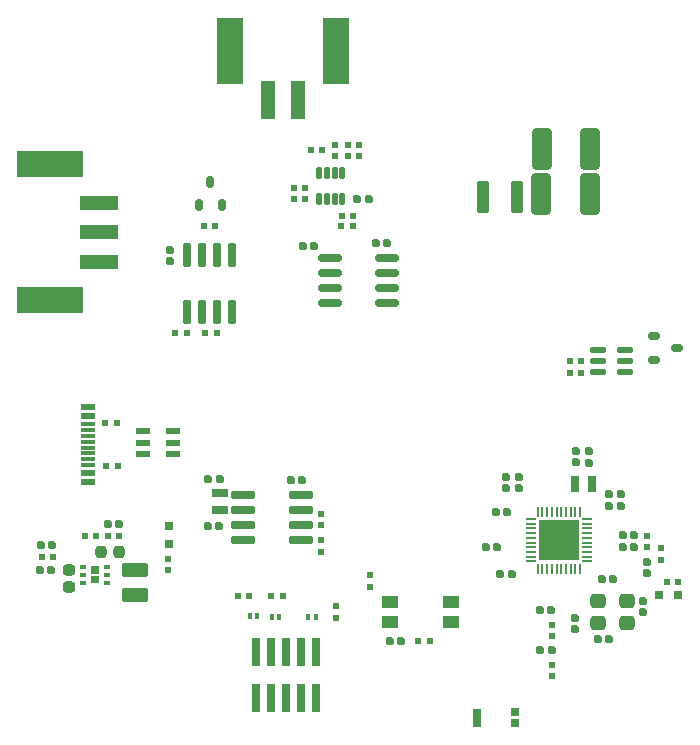
<source format=gbr>
%TF.GenerationSoftware,Altium Limited,Altium Designer,24.4.1 (13)*%
G04 Layer_Color=8421504*
%FSLAX45Y45*%
%MOMM*%
%TF.SameCoordinates,BD841E63-566E-43FA-B15A-678BD665FBE9*%
%TF.FilePolarity,Positive*%
%TF.FileFunction,Paste,Top*%
%TF.Part,Single*%
G01*
G75*
%TA.AperFunction,SMDPad,CuDef*%
G04:AMPARAMS|DCode=11|XSize=0.56mm|YSize=0.32mm|CornerRadius=0.08mm|HoleSize=0mm|Usage=FLASHONLY|Rotation=0.000|XOffset=0mm|YOffset=0mm|HoleType=Round|Shape=RoundedRectangle|*
%AMROUNDEDRECTD11*
21,1,0.56000,0.16000,0,0,0.0*
21,1,0.40000,0.32000,0,0,0.0*
1,1,0.16000,0.20000,-0.08000*
1,1,0.16000,-0.20000,-0.08000*
1,1,0.16000,-0.20000,0.08000*
1,1,0.16000,0.20000,0.08000*
%
%ADD11ROUNDEDRECTD11*%
%ADD13R,0.80000X0.80000*%
%ADD14R,0.80000X0.80000*%
%ADD15O,0.20000X0.85000*%
%ADD16O,0.85000X0.20000*%
%ADD17R,3.50000X3.50000*%
G04:AMPARAMS|DCode=18|XSize=0.58mm|YSize=0.58mm|CornerRadius=0.1508mm|HoleSize=0mm|Usage=FLASHONLY|Rotation=0.000|XOffset=0mm|YOffset=0mm|HoleType=Round|Shape=RoundedRectangle|*
%AMROUNDEDRECTD18*
21,1,0.58000,0.27840,0,0,0.0*
21,1,0.27840,0.58000,0,0,0.0*
1,1,0.30160,0.13920,-0.13920*
1,1,0.30160,-0.13920,-0.13920*
1,1,0.30160,-0.13920,0.13920*
1,1,0.30160,0.13920,0.13920*
%
%ADD18ROUNDEDRECTD18*%
G04:AMPARAMS|DCode=19|XSize=1.21mm|YSize=0.59mm|CornerRadius=0.07375mm|HoleSize=0mm|Usage=FLASHONLY|Rotation=0.000|XOffset=0mm|YOffset=0mm|HoleType=Round|Shape=RoundedRectangle|*
%AMROUNDEDRECTD19*
21,1,1.21000,0.44250,0,0,0.0*
21,1,1.06250,0.59000,0,0,0.0*
1,1,0.14750,0.53125,-0.22125*
1,1,0.14750,-0.53125,-0.22125*
1,1,0.14750,-0.53125,0.22125*
1,1,0.14750,0.53125,0.22125*
%
%ADD19ROUNDEDRECTD19*%
%TA.AperFunction,ConnectorPad*%
%ADD20R,5.60000X2.20000*%
%ADD21R,3.20000X1.20000*%
%ADD22R,1.20000X3.20000*%
%ADD23R,2.20000X5.60000*%
%TA.AperFunction,SMDPad,CuDef*%
G04:AMPARAMS|DCode=24|XSize=0.75mm|YSize=1.4mm|CornerRadius=0.1875mm|HoleSize=0mm|Usage=FLASHONLY|Rotation=180.000|XOffset=0mm|YOffset=0mm|HoleType=Round|Shape=RoundedRectangle|*
%AMROUNDEDRECTD24*
21,1,0.75000,1.02500,0,0,180.0*
21,1,0.37500,1.40000,0,0,180.0*
1,1,0.37500,-0.18750,0.51250*
1,1,0.37500,0.18750,0.51250*
1,1,0.37500,0.18750,-0.51250*
1,1,0.37500,-0.18750,-0.51250*
%
%ADD24ROUNDEDRECTD24*%
G04:AMPARAMS|DCode=25|XSize=0.75mm|YSize=1.4mm|CornerRadius=0.1875mm|HoleSize=0mm|Usage=FLASHONLY|Rotation=90.000|XOffset=0mm|YOffset=0mm|HoleType=Round|Shape=RoundedRectangle|*
%AMROUNDEDRECTD25*
21,1,0.75000,1.02500,0,0,90.0*
21,1,0.37500,1.40000,0,0,90.0*
1,1,0.37500,0.51250,0.18750*
1,1,0.37500,0.51250,-0.18750*
1,1,0.37500,-0.51250,-0.18750*
1,1,0.37500,-0.51250,0.18750*
%
%ADD25ROUNDEDRECTD25*%
%TA.AperFunction,ConnectorPad*%
%ADD26R,1.15000X0.60000*%
%ADD27R,1.15000X0.30000*%
%TA.AperFunction,SMDPad,CuDef*%
%ADD28R,0.35000X0.60000*%
G04:AMPARAMS|DCode=29|XSize=1.07mm|YSize=2.77mm|CornerRadius=0.25145mm|HoleSize=0mm|Usage=FLASHONLY|Rotation=180.000|XOffset=0mm|YOffset=0mm|HoleType=Round|Shape=RoundedRectangle|*
%AMROUNDEDRECTD29*
21,1,1.07000,2.26710,0,0,180.0*
21,1,0.56710,2.77000,0,0,180.0*
1,1,0.50290,-0.28355,1.13355*
1,1,0.50290,0.28355,1.13355*
1,1,0.50290,0.28355,-1.13355*
1,1,0.50290,-0.28355,-1.13355*
%
%ADD29ROUNDEDRECTD29*%
G04:AMPARAMS|DCode=30|XSize=1.05mm|YSize=2.77mm|CornerRadius=0.252mm|HoleSize=0mm|Usage=FLASHONLY|Rotation=0.000|XOffset=0mm|YOffset=0mm|HoleType=Round|Shape=RoundedRectangle|*
%AMROUNDEDRECTD30*
21,1,1.05000,2.26600,0,0,0.0*
21,1,0.54600,2.77000,0,0,0.0*
1,1,0.50400,0.27300,-1.13300*
1,1,0.50400,-0.27300,-1.13300*
1,1,0.50400,-0.27300,1.13300*
1,1,0.50400,0.27300,1.13300*
%
%ADD30ROUNDEDRECTD30*%
G04:AMPARAMS|DCode=31|XSize=0.58mm|YSize=0.58mm|CornerRadius=0.1305mm|HoleSize=0mm|Usage=FLASHONLY|Rotation=180.000|XOffset=0mm|YOffset=0mm|HoleType=Round|Shape=RoundedRectangle|*
%AMROUNDEDRECTD31*
21,1,0.58000,0.31900,0,0,180.0*
21,1,0.31900,0.58000,0,0,180.0*
1,1,0.26100,-0.15950,0.15950*
1,1,0.26100,0.15950,0.15950*
1,1,0.26100,0.15950,-0.15950*
1,1,0.26100,-0.15950,-0.15950*
%
%ADD31ROUNDEDRECTD31*%
G04:AMPARAMS|DCode=32|XSize=0.58mm|YSize=0.58mm|CornerRadius=0.1305mm|HoleSize=0mm|Usage=FLASHONLY|Rotation=90.000|XOffset=0mm|YOffset=0mm|HoleType=Round|Shape=RoundedRectangle|*
%AMROUNDEDRECTD32*
21,1,0.58000,0.31900,0,0,90.0*
21,1,0.31900,0.58000,0,0,90.0*
1,1,0.26100,0.15950,0.15950*
1,1,0.26100,0.15950,-0.15950*
1,1,0.26100,-0.15950,-0.15950*
1,1,0.26100,-0.15950,0.15950*
%
%ADD32ROUNDEDRECTD32*%
G04:AMPARAMS|DCode=33|XSize=0.58mm|YSize=0.58mm|CornerRadius=0.1508mm|HoleSize=0mm|Usage=FLASHONLY|Rotation=270.000|XOffset=0mm|YOffset=0mm|HoleType=Round|Shape=RoundedRectangle|*
%AMROUNDEDRECTD33*
21,1,0.58000,0.27840,0,0,270.0*
21,1,0.27840,0.58000,0,0,270.0*
1,1,0.30160,-0.13920,-0.13920*
1,1,0.30160,-0.13920,0.13920*
1,1,0.30160,0.13920,0.13920*
1,1,0.30160,0.13920,-0.13920*
%
%ADD33ROUNDEDRECTD33*%
G04:AMPARAMS|DCode=34|XSize=1.19mm|YSize=2.22mm|CornerRadius=0.2499mm|HoleSize=0mm|Usage=FLASHONLY|Rotation=90.000|XOffset=0mm|YOffset=0mm|HoleType=Round|Shape=RoundedRectangle|*
%AMROUNDEDRECTD34*
21,1,1.19000,1.72020,0,0,90.0*
21,1,0.69020,2.22000,0,0,90.0*
1,1,0.49980,0.86010,0.34510*
1,1,0.49980,0.86010,-0.34510*
1,1,0.49980,-0.86010,-0.34510*
1,1,0.49980,-0.86010,0.34510*
%
%ADD34ROUNDEDRECTD34*%
G04:AMPARAMS|DCode=35|XSize=1.62mm|YSize=3.51mm|CornerRadius=0.2511mm|HoleSize=0mm|Usage=FLASHONLY|Rotation=0.000|XOffset=0mm|YOffset=0mm|HoleType=Round|Shape=RoundedRectangle|*
%AMROUNDEDRECTD35*
21,1,1.62000,3.00780,0,0,0.0*
21,1,1.11780,3.51000,0,0,0.0*
1,1,0.50220,0.55890,-1.50390*
1,1,0.50220,-0.55890,-1.50390*
1,1,0.50220,-0.55890,1.50390*
1,1,0.50220,0.55890,1.50390*
%
%ADD35ROUNDEDRECTD35*%
G04:AMPARAMS|DCode=36|XSize=0.95mm|YSize=1.02mm|CornerRadius=0.24225mm|HoleSize=0mm|Usage=FLASHONLY|Rotation=270.000|XOffset=0mm|YOffset=0mm|HoleType=Round|Shape=RoundedRectangle|*
%AMROUNDEDRECTD36*
21,1,0.95000,0.53550,0,0,270.0*
21,1,0.46550,1.02000,0,0,270.0*
1,1,0.48450,-0.26775,-0.23275*
1,1,0.48450,-0.26775,0.23275*
1,1,0.48450,0.26775,0.23275*
1,1,0.48450,0.26775,-0.23275*
%
%ADD36ROUNDEDRECTD36*%
G04:AMPARAMS|DCode=37|XSize=0.95mm|YSize=1.02mm|CornerRadius=0.24225mm|HoleSize=0mm|Usage=FLASHONLY|Rotation=180.000|XOffset=0mm|YOffset=0mm|HoleType=Round|Shape=RoundedRectangle|*
%AMROUNDEDRECTD37*
21,1,0.95000,0.53550,0,0,180.0*
21,1,0.46550,1.02000,0,0,180.0*
1,1,0.48450,-0.23275,0.26775*
1,1,0.48450,0.23275,0.26775*
1,1,0.48450,0.23275,-0.26775*
1,1,0.48450,-0.23275,-0.26775*
%
%ADD37ROUNDEDRECTD37*%
G04:AMPARAMS|DCode=38|XSize=0.66mm|YSize=0.7mm|CornerRadius=0.1716mm|HoleSize=0mm|Usage=FLASHONLY|Rotation=90.000|XOffset=0mm|YOffset=0mm|HoleType=Round|Shape=RoundedRectangle|*
%AMROUNDEDRECTD38*
21,1,0.66000,0.35680,0,0,90.0*
21,1,0.31680,0.70000,0,0,90.0*
1,1,0.34320,0.17840,0.15840*
1,1,0.34320,0.17840,-0.15840*
1,1,0.34320,-0.17840,-0.15840*
1,1,0.34320,-0.17840,0.15840*
%
%ADD38ROUNDEDRECTD38*%
G04:AMPARAMS|DCode=39|XSize=0.66mm|YSize=0.7mm|CornerRadius=0.1716mm|HoleSize=0mm|Usage=FLASHONLY|Rotation=180.000|XOffset=0mm|YOffset=0mm|HoleType=Round|Shape=RoundedRectangle|*
%AMROUNDEDRECTD39*
21,1,0.66000,0.35680,0,0,180.0*
21,1,0.31680,0.70000,0,0,180.0*
1,1,0.34320,-0.15840,0.17840*
1,1,0.34320,0.15840,0.17840*
1,1,0.34320,0.15840,-0.17840*
1,1,0.34320,-0.15840,-0.17840*
%
%ADD39ROUNDEDRECTD39*%
G04:AMPARAMS|DCode=42|XSize=1.19mm|YSize=1.29mm|CornerRadius=0.2499mm|HoleSize=0mm|Usage=FLASHONLY|Rotation=90.000|XOffset=0mm|YOffset=0mm|HoleType=Round|Shape=RoundedRectangle|*
%AMROUNDEDRECTD42*
21,1,1.19000,0.79020,0,0,90.0*
21,1,0.69020,1.29000,0,0,90.0*
1,1,0.49980,0.39510,0.34510*
1,1,0.49980,0.39510,-0.34510*
1,1,0.49980,-0.39510,-0.34510*
1,1,0.49980,-0.39510,0.34510*
%
%ADD42ROUNDEDRECTD42*%
%ADD43R,0.76000X2.40000*%
G04:AMPARAMS|DCode=44|XSize=1.02mm|YSize=0.46mm|CornerRadius=0.1196mm|HoleSize=0mm|Usage=FLASHONLY|Rotation=270.000|XOffset=0mm|YOffset=0mm|HoleType=Round|Shape=RoundedRectangle|*
%AMROUNDEDRECTD44*
21,1,1.02000,0.22080,0,0,270.0*
21,1,0.78080,0.46000,0,0,270.0*
1,1,0.23920,-0.11040,-0.39040*
1,1,0.23920,-0.11040,0.39040*
1,1,0.23920,0.11040,0.39040*
1,1,0.23920,0.11040,-0.39040*
%
%ADD44ROUNDEDRECTD44*%
G04:AMPARAMS|DCode=45|XSize=1.03mm|YSize=0.6mm|CornerRadius=0.15mm|HoleSize=0mm|Usage=FLASHONLY|Rotation=270.000|XOffset=0mm|YOffset=0mm|HoleType=Round|Shape=RoundedRectangle|*
%AMROUNDEDRECTD45*
21,1,1.03000,0.30000,0,0,270.0*
21,1,0.73000,0.60000,0,0,270.0*
1,1,0.30000,-0.15000,-0.36500*
1,1,0.30000,-0.15000,0.36500*
1,1,0.30000,0.15000,0.36500*
1,1,0.30000,0.15000,-0.36500*
%
%ADD45ROUNDEDRECTD45*%
G04:AMPARAMS|DCode=46|XSize=1.03mm|YSize=0.6mm|CornerRadius=0.15mm|HoleSize=0mm|Usage=FLASHONLY|Rotation=180.000|XOffset=0mm|YOffset=0mm|HoleType=Round|Shape=RoundedRectangle|*
%AMROUNDEDRECTD46*
21,1,1.03000,0.30000,0,0,180.0*
21,1,0.73000,0.60000,0,0,180.0*
1,1,0.30000,-0.36500,0.15000*
1,1,0.30000,0.36500,0.15000*
1,1,0.30000,0.36500,-0.15000*
1,1,0.30000,-0.36500,-0.15000*
%
%ADD46ROUNDEDRECTD46*%
G04:AMPARAMS|DCode=47|XSize=1.29mm|YSize=0.59mm|CornerRadius=0.15045mm|HoleSize=0mm|Usage=FLASHONLY|Rotation=180.000|XOffset=0mm|YOffset=0mm|HoleType=Round|Shape=RoundedRectangle|*
%AMROUNDEDRECTD47*
21,1,1.29000,0.28910,0,0,180.0*
21,1,0.98910,0.59000,0,0,180.0*
1,1,0.30090,-0.49455,0.14455*
1,1,0.30090,0.49455,0.14455*
1,1,0.30090,0.49455,-0.14455*
1,1,0.30090,-0.49455,-0.14455*
%
%ADD47ROUNDEDRECTD47*%
%ADD48R,1.45000X1.00000*%
G04:AMPARAMS|DCode=49|XSize=2.07mm|YSize=0.63mm|CornerRadius=0.16065mm|HoleSize=0mm|Usage=FLASHONLY|Rotation=180.000|XOffset=0mm|YOffset=0mm|HoleType=Round|Shape=RoundedRectangle|*
%AMROUNDEDRECTD49*
21,1,2.07000,0.30870,0,0,180.0*
21,1,1.74870,0.63000,0,0,180.0*
1,1,0.32130,-0.87435,0.15435*
1,1,0.32130,0.87435,0.15435*
1,1,0.32130,0.87435,-0.15435*
1,1,0.32130,-0.87435,-0.15435*
%
%ADD49ROUNDEDRECTD49*%
G04:AMPARAMS|DCode=50|XSize=2.07mm|YSize=0.63mm|CornerRadius=0.16065mm|HoleSize=0mm|Usage=FLASHONLY|Rotation=270.000|XOffset=0mm|YOffset=0mm|HoleType=Round|Shape=RoundedRectangle|*
%AMROUNDEDRECTD50*
21,1,2.07000,0.30870,0,0,270.0*
21,1,1.74870,0.63000,0,0,270.0*
1,1,0.32130,-0.15435,-0.87435*
1,1,0.32130,-0.15435,0.87435*
1,1,0.32130,0.15435,0.87435*
1,1,0.32130,0.15435,-0.87435*
%
%ADD50ROUNDEDRECTD50*%
G04:AMPARAMS|DCode=51|XSize=2.01mm|YSize=0.66mm|CornerRadius=0.1716mm|HoleSize=0mm|Usage=FLASHONLY|Rotation=180.000|XOffset=0mm|YOffset=0mm|HoleType=Round|Shape=RoundedRectangle|*
%AMROUNDEDRECTD51*
21,1,2.01000,0.31680,0,0,180.0*
21,1,1.66680,0.66000,0,0,180.0*
1,1,0.34320,-0.83340,0.15840*
1,1,0.34320,0.83340,0.15840*
1,1,0.34320,0.83340,-0.15840*
1,1,0.34320,-0.83340,-0.15840*
%
%ADD51ROUNDEDRECTD51*%
%TA.AperFunction,ConnectorPad*%
%ADD52R,0.80000X1.60000*%
%ADD53R,0.80000X0.65000*%
G36*
X3403220Y5469640D02*
Y5409380D01*
X3335480D01*
Y5469640D01*
X3403220D01*
D01*
D02*
G37*
G36*
X3406480Y5549640D02*
Y5484640D01*
X3335480D01*
Y5549640D01*
X3406480D01*
D01*
D02*
G37*
D11*
X3468980Y5412140D02*
D03*
Y5477140D02*
D03*
Y5542140D02*
D03*
X3272980D02*
D03*
Y5477140D02*
D03*
Y5412140D02*
D03*
D13*
X8150000Y5310000D02*
D03*
X8310000D02*
D03*
D14*
X3995000Y5895000D02*
D03*
Y5735000D02*
D03*
D15*
X7478497Y6011382D02*
D03*
X7438497D02*
D03*
X7398497D02*
D03*
X7358497D02*
D03*
X7318497D02*
D03*
X7278497D02*
D03*
X7238497D02*
D03*
X7198497D02*
D03*
X7158497D02*
D03*
X7118497D02*
D03*
Y5531382D02*
D03*
X7158497D02*
D03*
X7198497D02*
D03*
X7238497D02*
D03*
X7278497D02*
D03*
X7318497D02*
D03*
X7358497D02*
D03*
X7398497D02*
D03*
X7438497D02*
D03*
X7478497D02*
D03*
D16*
X7058497Y5951382D02*
D03*
Y5911382D02*
D03*
Y5871382D02*
D03*
Y5831382D02*
D03*
Y5791382D02*
D03*
Y5751382D02*
D03*
Y5711382D02*
D03*
Y5671382D02*
D03*
Y5631382D02*
D03*
Y5591382D02*
D03*
X7538497D02*
D03*
Y5631382D02*
D03*
Y5671382D02*
D03*
Y5711382D02*
D03*
Y5751382D02*
D03*
Y5791382D02*
D03*
Y5831382D02*
D03*
Y5871382D02*
D03*
Y5911382D02*
D03*
Y5951382D02*
D03*
D17*
X7298497Y5771382D02*
D03*
D18*
X3011000Y5625000D02*
D03*
X2919000D02*
D03*
X7484999Y7287500D02*
D03*
Y7190000D02*
D03*
X5605000Y9120000D02*
D03*
X5605000Y9025000D02*
D03*
X5457500Y8427500D02*
D03*
X5555000Y8517500D02*
D03*
X5292500Y9075000D02*
D03*
X4050000Y7527500D02*
D03*
X4582500Y5295000D02*
D03*
X4387500Y8430000D02*
D03*
X4960001Y5294999D02*
D03*
X6107679Y4913580D02*
D03*
X4400000Y7527500D02*
D03*
X3576940Y5806060D02*
D03*
X3382500Y5805000D02*
D03*
X3457500Y6762500D02*
D03*
X3465800Y6400000D02*
D03*
X8307500Y5420000D02*
D03*
D19*
X4028500Y6692500D02*
D03*
Y6597500D02*
D03*
Y6502500D02*
D03*
X3777500D02*
D03*
Y6597500D02*
D03*
Y6692500D02*
D03*
D20*
X2987500Y8955000D02*
D03*
Y7805000D02*
D03*
D21*
X3407500Y8630000D02*
D03*
Y8380000D02*
D03*
Y8130000D02*
D03*
D22*
X4837500Y9495000D02*
D03*
X5087500D02*
D03*
D23*
X4512500Y9915000D02*
D03*
X5412500D02*
D03*
D24*
X7579537Y6245482D02*
D03*
X7434536D02*
D03*
D25*
X4428040Y6024660D02*
D03*
Y6169661D02*
D03*
D26*
X3310000Y6900500D02*
D03*
Y6260500D02*
D03*
Y6820500D02*
D03*
Y6340500D02*
D03*
D27*
Y6555500D02*
D03*
Y6605500D02*
D03*
Y6505500D02*
D03*
Y6455500D02*
D03*
Y6405500D02*
D03*
Y6655500D02*
D03*
Y6705500D02*
D03*
Y6755500D02*
D03*
D28*
X5242500Y5120000D02*
D03*
X5177500D02*
D03*
X4867500Y5122500D02*
D03*
X4932500D02*
D03*
X4680000Y5127500D02*
D03*
X4745000D02*
D03*
D29*
X6654500Y8677500D02*
D03*
D30*
X6941500D02*
D03*
D31*
X7388999Y7287500D02*
D03*
Y7190000D02*
D03*
X5509000Y9120000D02*
D03*
X5509001Y9025000D02*
D03*
X5553500Y8427500D02*
D03*
X5459000Y8517500D02*
D03*
X5196500Y9075000D02*
D03*
X4146000Y7527500D02*
D03*
X4678500Y5295000D02*
D03*
X4291500Y8430000D02*
D03*
X4864001Y5294999D02*
D03*
X6203679Y4913580D02*
D03*
X4304000Y7527500D02*
D03*
X3480940Y5806060D02*
D03*
X3286500Y5805000D02*
D03*
X3553500Y6762500D02*
D03*
X3561800Y6400000D02*
D03*
X8211500Y5420000D02*
D03*
D32*
X5400000Y9121000D02*
D03*
X5147221Y8659179D02*
D03*
X5055781Y8753719D02*
D03*
X5695000Y5379000D02*
D03*
X5285000Y5674000D02*
D03*
Y5993500D02*
D03*
X5410000Y5114000D02*
D03*
X3992500Y5519000D02*
D03*
X8165000Y5703500D02*
D03*
X8045116Y5807262D02*
D03*
X7237500Y5053500D02*
D03*
X7240000Y4716000D02*
D03*
D33*
X5400000Y9025000D02*
D03*
X5147221Y8755179D02*
D03*
X5055781Y8657719D02*
D03*
X5695000Y5475000D02*
D03*
X5285000Y5770000D02*
D03*
Y5897500D02*
D03*
X5410000Y5210000D02*
D03*
X3992500Y5615000D02*
D03*
X8165000Y5607500D02*
D03*
X8045116Y5711262D02*
D03*
X7237500Y4957500D02*
D03*
X7240000Y4620000D02*
D03*
D34*
X3712500Y5521500D02*
D03*
Y5308500D02*
D03*
D35*
X7558281Y8701341D02*
D03*
X7150280D02*
D03*
X7559000Y9080000D02*
D03*
X7151000D02*
D03*
D36*
X3152500Y5374200D02*
D03*
Y5521200D02*
D03*
D37*
X3424200Y5667500D02*
D03*
X3571200D02*
D03*
D38*
X8007500Y5257500D02*
D03*
Y5162500D02*
D03*
X7555222Y6523043D02*
D03*
Y6428043D02*
D03*
X7446002Y6525583D02*
D03*
Y6430583D02*
D03*
X7435000Y5112500D02*
D03*
Y5017500D02*
D03*
X8045000Y5590000D02*
D03*
Y5495000D02*
D03*
X6956657Y6307182D02*
D03*
Y6212182D02*
D03*
X6852517Y6307942D02*
D03*
Y6212942D02*
D03*
X4005000Y8132500D02*
D03*
Y8227500D02*
D03*
D39*
X7837596Y5710462D02*
D03*
X7932597D02*
D03*
X7837596Y5812062D02*
D03*
X7932597D02*
D03*
X7627522Y4934944D02*
D03*
X7722523D02*
D03*
X7820057Y6057522D02*
D03*
X7725057D02*
D03*
X7755000Y5440000D02*
D03*
X7660000D02*
D03*
X7820497Y6163262D02*
D03*
X7725497D02*
D03*
X7140000Y5177500D02*
D03*
X7235000D02*
D03*
X7142500Y4837500D02*
D03*
X7237500D02*
D03*
X6802500Y5485000D02*
D03*
X6897500D02*
D03*
X5222500Y8265000D02*
D03*
X5127500D02*
D03*
X5687500Y8657500D02*
D03*
X5592500D02*
D03*
X5750000Y8290000D02*
D03*
X5845000D02*
D03*
X6762500Y6012500D02*
D03*
X6857500D02*
D03*
X6680000Y5712500D02*
D03*
X6775000D02*
D03*
X5030780Y6285120D02*
D03*
X5125780D02*
D03*
X4330000Y6287500D02*
D03*
X4425000D02*
D03*
X4327500Y5887500D02*
D03*
X4422500D02*
D03*
X5961339Y4913580D02*
D03*
X5866339D02*
D03*
X3004880Y5730160D02*
D03*
X2909880D02*
D03*
X2904800Y5516800D02*
D03*
X2999800D02*
D03*
X3482500Y5905000D02*
D03*
X3577500D02*
D03*
D42*
X7630222Y5254544D02*
D03*
X7872223D02*
D03*
Y5072544D02*
D03*
X7630222D02*
D03*
D43*
X4991000Y4822500D02*
D03*
Y4432500D02*
D03*
X5118000Y4822500D02*
D03*
X5245000D02*
D03*
X5118000Y4432500D02*
D03*
X5245000D02*
D03*
X4864000Y4822500D02*
D03*
X4737000D02*
D03*
Y4432500D02*
D03*
X4864000D02*
D03*
D44*
X5464880Y8658320D02*
D03*
X5399880D02*
D03*
X5334880D02*
D03*
X5269880D02*
D03*
Y8883320D02*
D03*
X5334880D02*
D03*
X5399880D02*
D03*
X5464880D02*
D03*
D45*
X4247500Y8607500D02*
D03*
X4447500D02*
D03*
X4347500Y8807500D02*
D03*
D46*
X8100000Y7497500D02*
D03*
Y7297500D02*
D03*
X8300000Y7397500D02*
D03*
D47*
X7625839Y7385240D02*
D03*
Y7290240D02*
D03*
Y7195240D02*
D03*
X7856839D02*
D03*
Y7290240D02*
D03*
Y7385240D02*
D03*
D48*
X5867159Y5077500D02*
D03*
Y5247501D02*
D03*
X6382159Y5077500D02*
D03*
Y5247501D02*
D03*
D49*
X4627500Y6150500D02*
D03*
Y6023500D02*
D03*
Y5896500D02*
D03*
Y5769500D02*
D03*
X5112500D02*
D03*
Y5896500D02*
D03*
Y6023500D02*
D03*
Y6150500D02*
D03*
D50*
X4147000Y7702500D02*
D03*
X4274000D02*
D03*
X4401000D02*
D03*
X4528000D02*
D03*
Y8187500D02*
D03*
X4401000D02*
D03*
X4274000D02*
D03*
X4147000D02*
D03*
D51*
X5360500Y8160000D02*
D03*
Y8033000D02*
D03*
Y7906000D02*
D03*
Y7779000D02*
D03*
X5842500D02*
D03*
Y7906000D02*
D03*
Y8033000D02*
D03*
Y8160000D02*
D03*
D52*
X6607500Y4267500D02*
D03*
D53*
X6927500Y4315000D02*
D03*
Y4220000D02*
D03*
%TF.MD5,a796b1418f3374491c978a7ab30e0507*%
M02*

</source>
